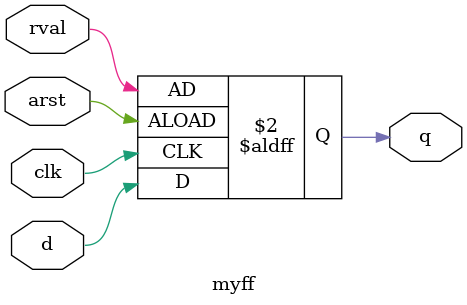
<source format=sv>
module myff (
	output reg q,
	input d, clk, arst, rval
);
	always_ff @(posedge clk or posedge arst)
		if (arst) q <= rval;
		else      q <= d;
`ifndef SYNTHESIS
	always @(arst)
		if (arst) assign q = rval;
		else    deassign q;
`endif
endmodule

</source>
